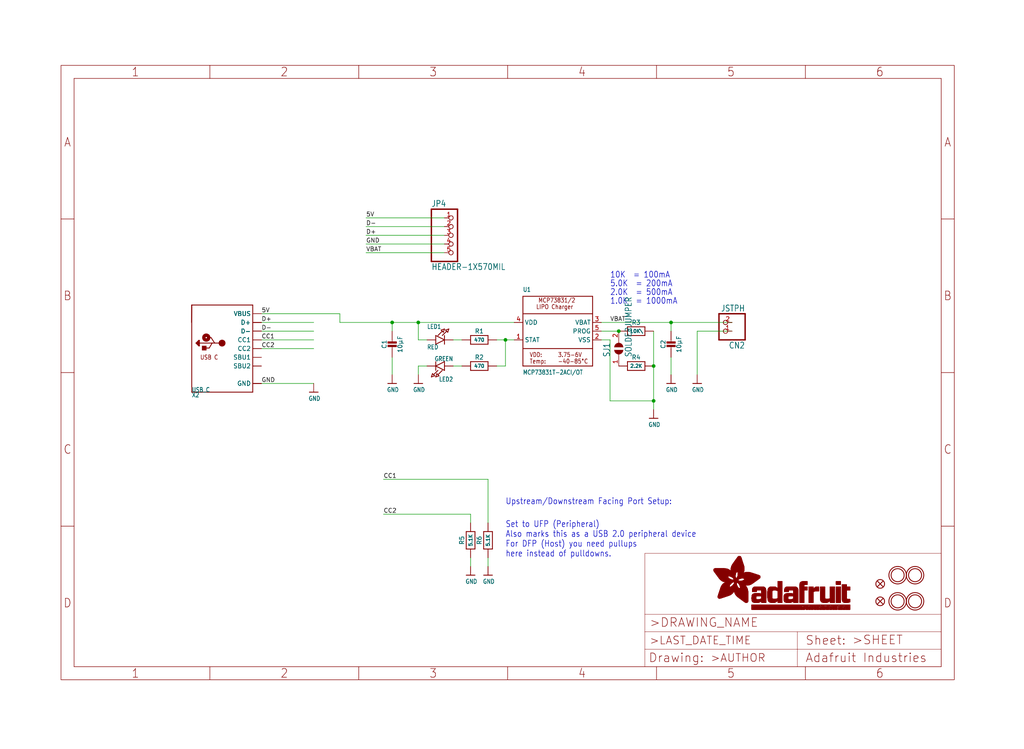
<source format=kicad_sch>
(kicad_sch (version 20211123) (generator eeschema)
  (paper "User" 298.45 218.313)
  (lib_symbols
    (symbol "RP2040_minimal-eagle-import:CAP_CERAMIC0805-NOOUTLINE"
      (property "Reference" "C" (at -2.29 1.25 90))
      (property "Value" "CAP_CERAMIC0805-NOOUTLINE" (at 2.3 1.25 90))
      (symbol "CAP_CERAMIC0805-NOOUTLINE_1_0"
        (pin passive line (at 0 5.08 270) (length 2.54) (name "1") (number "1"))
        (pin passive line (at 0 -2.54 90) (length 2.54) (name "2") (number "2"))
      )
    )
    (symbol "RP2040_minimal-eagle-import:FIDUCIAL{dblquote}{dblquote}")
    (symbol "RP2040_minimal-eagle-import:FRAME_A4_ADAFRUIT"
      (symbol "FRAME_A4_ADAFRUIT_0_0"
        (text "1" (at 21.6958 1.905 0) (effects (font (size 2.54 2.286))))
        (text "1" (at 21.6958 177.165 0) (effects (font (size 2.54 2.286))))
        (text "2" (at 65.0875 1.905 0) (effects (font (size 2.54 2.286))))
        (text "2" (at 65.0875 177.165 0) (effects (font (size 2.54 2.286))))
        (text "3" (at 108.4792 1.905 0) (effects (font (size 2.54 2.286))))
        (text "3" (at 108.4792 177.165 0) (effects (font (size 2.54 2.286))))
        (text "4" (at 151.8708 1.905 0) (effects (font (size 2.54 2.286))))
        (text "4" (at 151.8708 177.165 0) (effects (font (size 2.54 2.286))))
        (text "5" (at 195.2625 1.905 0) (effects (font (size 2.54 2.286))))
        (text "5" (at 195.2625 177.165 0) (effects (font (size 2.54 2.286))))
        (text "6" (at 238.6542 1.905 0) (effects (font (size 2.54 2.286))))
        (text "6" (at 238.6542 177.165 0) (effects (font (size 2.54 2.286))))
        (text "A" (at 1.905 156.6863 0) (effects (font (size 2.54 2.286))))
        (text "A" (at 258.445 156.6863 0) (effects (font (size 2.54 2.286))))
        (text "B" (at 1.905 111.9188 0) (effects (font (size 2.54 2.286))))
        (text "B" (at 258.445 111.9188 0) (effects (font (size 2.54 2.286))))
        (text "C" (at 1.905 67.1513 0) (effects (font (size 2.54 2.286))))
        (text "C" (at 258.445 67.1513 0) (effects (font (size 2.54 2.286))))
        (text "D" (at 1.905 22.3838 0) (effects (font (size 2.54 2.286))))
        (text "D" (at 258.445 22.3838 0) (effects (font (size 2.54 2.286))))
      )
      (symbol "FRAME_A4_ADAFRUIT_1_0"
        (text ">AUTHOR" (at 189.23 5.08 0) (effects (font (size 2.286 2.286)) (justify left bottom)))
        (text ">DRAWING_NAME" (at 171.45 15.24 0) (effects (font (size 2.54 2.54)) (justify left bottom)))
        (text ">LAST_DATE_TIME" (at 171.45 10.16 0) (effects (font (size 2.286 2.286)) (justify left bottom)))
        (text ">SHEET" (at 230.505 10.16 0) (effects (font (size 2.54 2.54)) (justify left bottom)))
        (text "Adafruit Industries" (at 216.916 4.953 0) (effects (font (size 2.54 2.54)) (justify left bottom)))
        (text "Drawing:" (at 171.196 4.953 0) (effects (font (size 2.54 2.54)) (justify left bottom)))
        (text "Sheet:" (at 216.916 10.033 0) (effects (font (size 2.54 2.54)) (justify left bottom)))
      )
    )
    (symbol "RP2040_minimal-eagle-import:GND" (power)
      (property "Value" "GND" (at -1.524 -2.54 0))
      (symbol "GND_1_0"
        (pin power_in line (at 0 2.54 270) (length 2.54) (name "GND") (number "1"))
      )
    )
    (symbol "RP2040_minimal-eagle-import:HEADER-1X570MIL"
      (property "Reference" "JP" (at -6.35 8.255 0))
      (property "Value" "HEADER-1X570MIL" (at -6.35 -10.16 0))
      (symbol "HEADER-1X570MIL_1_0"
        (pin passive inverted (at -2.54 5.08 0) (length 2.54) (name "1") (number "1"))
        (pin passive inverted (at -2.54 2.54 0) (length 2.54) (name "2") (number "2"))
        (pin passive inverted (at -2.54 0 0) (length 2.54) (name "3") (number "3"))
        (pin passive inverted (at -2.54 -2.54 0) (length 2.54) (name "4") (number "4"))
        (pin passive inverted (at -2.54 -5.08 0) (length 2.54) (name "5") (number "5"))
      )
    )
    (symbol "RP2040_minimal-eagle-import:JST_2PIN"
      (property "Reference" "CN" (at -6.35 5.715 0))
      (property "Value" "JST_2PIN" (at -6.35 -5.08 0))
      (symbol "JST_2PIN_1_0"
        (pin passive inverted (at -2.54 2.54 0) (length 2.54) (name "1") (number "1"))
        (pin passive inverted (at -2.54 0 0) (length 2.54) (name "2") (number "2"))
      )
    )
    (symbol "RP2040_minimal-eagle-import:LED0805_NOOUTLINE"
      (property "Reference" "LED" (at -5.08 3.175 0))
      (property "Value" "LED0805_NOOUTLINE" (at -5.08 -2.794 0))
      (symbol "LED0805_NOOUTLINE_1_0"
        (pin passive line (at -5.08 0 0) (length 2.54) (name "A") (number "A"))
        (pin passive line (at 2.54 0 180) (length 2.54) (name "C") (number "C"))
      )
    )
    (symbol "RP2040_minimal-eagle-import:MCP73831{slash}2"
      (property "Reference" "U" (at -10.16 11.43 0))
      (property "Value" "MCP73831{slash}2" (at -10.16 -12.7 0))
      (symbol "MCP73831{slash}2_1_0"
        (text "-40-85°C" (at 0 -9.525 0) (effects (font (size 1.27 1.0795)) (justify left bottom)))
        (text "3.75-6V" (at 0 -7.62 0) (effects (font (size 1.27 1.0795)) (justify left bottom)))
        (text "LIPO Charger" (at -6.35 6.35 0) (effects (font (size 1.27 1.0795)) (justify left bottom)))
        (text "MCP73831/2" (at -5.715 8.255 0) (effects (font (size 1.27 1.0795)) (justify left bottom)))
        (text "Temp:" (at -8.255 -9.525 0) (effects (font (size 1.27 1.0795)) (justify left bottom)))
        (text "VDD:" (at -8.255 -7.62 0) (effects (font (size 1.27 1.0795)) (justify left bottom)))
        (pin output line (at -12.7 -2.54 0) (length 2.54) (name "STAT") (number "1"))
        (pin power_in line (at 12.7 -2.54 180) (length 2.54) (name "VSS") (number "2"))
        (pin power_in line (at 12.7 2.54 180) (length 2.54) (name "VBAT") (number "3"))
        (pin power_in line (at -12.7 2.54 0) (length 2.54) (name "VDD") (number "4"))
        (pin input line (at 12.7 0 180) (length 2.54) (name "PROG") (number "5"))
      )
    )
    (symbol "RP2040_minimal-eagle-import:MOUNTINGHOLE2.5")
    (symbol "RP2040_minimal-eagle-import:RESISTOR_0603_NOOUT"
      (property "Reference" "R" (at 0 2.54 0))
      (property "Value" "RESISTOR_0603_NOOUT" (at 0 0 0))
      (symbol "RESISTOR_0603_NOOUT_1_0"
        (pin passive line (at -5.08 0 0) (length 2.54) (name "1") (number "1"))
        (pin passive line (at 5.08 0 180) (length 2.54) (name "2") (number "2"))
      )
    )
    (symbol "RP2040_minimal-eagle-import:SOLDERJUMPER"
      (property "Reference" "SJ" (at -2.54 2.54 0))
      (property "Value" "SOLDERJUMPER" (at -2.54 -3.81 0))
      (symbol "SOLDERJUMPER_1_0"
        (pin passive line (at -5.08 0 0) (length 2.54) (name "1") (number "1"))
        (pin passive line (at 5.08 0 180) (length 2.54) (name "2") (number "2"))
      )
    )
    (symbol "RP2040_minimal-eagle-import:USB_C"
      (property "Reference" "X" (at -10.16 13.716 0))
      (property "Value" "USB_C" (at -10.16 -15.24 0))
      (symbol "USB_C_1_0"
        (text "USB C" (at -5.08 -2.54 0) (effects (font (size 1.27 1.0795))))
        (pin power_in line (at 10.16 -10.16 180) (length 2.54) (name "GND") (number "A1B12"))
        (pin power_in line (at 10.16 10.16 180) (length 2.54) (name "VBUS") (number "A4B9"))
        (pin bidirectional line (at 10.16 2.54 180) (length 2.54) (name "CC1") (number "A5"))
        (pin bidirectional line (at 10.16 7.62 180) (length 2.54) (name "D+") (number "A6"))
        (pin bidirectional line (at 10.16 5.08 180) (length 2.54) (name "D-") (number "A7"))
        (pin bidirectional line (at 10.16 -2.54 180) (length 2.54) (name "SBU1") (number "A8"))
        (pin power_in line (at 10.16 -10.16 180) (length 2.54) (name "GND") (number "B1A12"))
        (pin power_in line (at 10.16 10.16 180) (length 2.54) (name "VBUS") (number "B4A9"))
        (pin bidirectional line (at 10.16 0 180) (length 2.54) (name "CC2") (number "B5"))
        (pin bidirectional line (at 10.16 7.62 180) (length 2.54) (name "D+") (number "B6"))
        (pin bidirectional line (at 10.16 5.08 180) (length 2.54) (name "D-") (number "B7"))
        (pin bidirectional line (at 10.16 -5.08 180) (length 2.54) (name "SBU2") (number "B8"))
      )
    )
  )
  (junction (at 147.32 99.06))
  (junction (at 180.34 96.52))
  (junction (at 190.5 106.68))
  (junction (at 190.5 116.84))
  (junction (at 195.58 93.98))
  (junction (at 121.92 93.98))
  (junction (at 114.3 93.98))
  (wire (pts (xy 147.32 106.68) (xy 147.32 99.06)))
  (wire (pts (xy 76.2 99.06) (xy 91.44 99.06)))
  (wire (pts (xy 99.06 93.98) (xy 114.3 93.98)))
  (wire (pts (xy 124.46 106.68) (xy 121.92 106.68)))
  (wire (pts (xy 91.44 111.76) (xy 76.2 111.76)))
  (wire (pts (xy 203.2 96.52) (xy 213.36 96.52)))
  (wire (pts (xy 114.3 93.98) (xy 121.92 93.98)))
  (wire (pts (xy 114.3 104.14) (xy 114.3 109.22)))
  (wire (pts (xy 121.92 93.98) (xy 149.86 93.98)))
  (wire (pts (xy 121.92 106.68) (xy 121.92 109.22)))
  (wire (pts (xy 203.2 96.52) (xy 203.2 109.22)))
  (wire (pts (xy 175.26 96.52) (xy 180.34 96.52)))
  (wire (pts (xy 195.58 104.14) (xy 195.58 109.22)))
  (wire (pts (xy 175.26 99.06) (xy 177.8 99.06)))
  (wire (pts (xy 129.54 71.12) (xy 106.68 71.12)))
  (wire (pts (xy 177.8 116.84) (xy 190.5 116.84)))
  (wire (pts (xy 121.92 99.06) (xy 121.92 93.98)))
  (wire (pts (xy 76.2 101.6) (xy 91.44 101.6)))
  (wire (pts (xy 99.06 91.44) (xy 99.06 93.98)))
  (wire (pts (xy 129.54 66.04) (xy 106.68 66.04)))
  (wire (pts (xy 190.5 116.84) (xy 190.5 119.38)))
  (wire (pts (xy 132.08 99.06) (xy 134.62 99.06)))
  (wire (pts (xy 190.5 96.52) (xy 190.5 106.68)))
  (wire (pts (xy 195.58 93.98) (xy 213.36 93.98)))
  (wire (pts (xy 144.78 106.68) (xy 147.32 106.68)))
  (wire (pts (xy 129.54 73.66) (xy 106.68 73.66)))
  (wire (pts (xy 111.76 149.86) (xy 137.16 149.86)))
  (wire (pts (xy 137.16 149.86) (xy 137.16 152.4)))
  (wire (pts (xy 124.46 99.06) (xy 121.92 99.06)))
  (wire (pts (xy 147.32 99.06) (xy 149.86 99.06)))
  (wire (pts (xy 195.58 96.52) (xy 195.58 93.98)))
  (wire (pts (xy 99.06 91.44) (xy 76.2 91.44)))
  (wire (pts (xy 195.58 93.98) (xy 175.26 93.98)))
  (wire (pts (xy 142.24 139.7) (xy 142.24 152.4)))
  (wire (pts (xy 114.3 96.52) (xy 114.3 93.98)))
  (wire (pts (xy 76.2 93.98) (xy 91.44 93.98)))
  (wire (pts (xy 144.78 99.06) (xy 147.32 99.06)))
  (wire (pts (xy 177.8 99.06) (xy 177.8 116.84)))
  (wire (pts (xy 142.24 165.1) (xy 142.24 162.56)))
  (wire (pts (xy 76.2 96.52) (xy 91.44 96.52)))
  (wire (pts (xy 129.54 63.5) (xy 106.68 63.5)))
  (wire (pts (xy 134.62 106.68) (xy 132.08 106.68)))
  (wire (pts (xy 137.16 162.56) (xy 137.16 165.1)))
  (wire (pts (xy 190.5 106.68) (xy 190.5 116.84)))
  (wire (pts (xy 129.54 68.58) (xy 106.68 68.58)))
  (wire (pts (xy 111.76 139.7) (xy 142.24 139.7)))
  (text "Set to UFP (Peripheral)\nAlso marks this as a USB 2.0 peripheral device\nFor DFP (Host) you need pullups\nhere instead of pulldowns." (at 147.32 162.56 0) (effects (font (size 1.778 1.5113)) (justify left bottom)))
  (text "10K  = 100mA" (at 177.8 81.28 180) (effects (font (size 1.778 1.5113)) (justify left bottom)))
  (text "Upstream/Downstream Facing Port Setup:" (at 147.32 147.32 180) (effects (font (size 1.778 1.5113)) (justify left bottom)))
  (text "1.0K  = 1000mA" (at 177.8 88.9 180) (effects (font (size 1.778 1.5113)) (justify left bottom)))
  (text "2.0K  = 500mA" (at 177.8 86.36 180) (effects (font (size 1.778 1.5113)) (justify left bottom)))
  (text "5.0K  = 200mA" (at 177.8 83.82 180) (effects (font (size 1.778 1.5113)) (justify left bottom)))
  (label "D-" (at 76.2 96.52 0) (effects (font (size 1.2446 1.2446))))
  (label "CC2" (at 76.2 101.6 0) (effects (font (size 1.2446 1.2446))))
  (label "GND" (at 106.68 71.12 0) (effects (font (size 1.2446 1.2446))))
  (label "CC2" (at 111.76 149.86 0) (effects (font (size 1.2446 1.2446))))
  (label "5V" (at 106.68 63.5 0) (effects (font (size 1.2446 1.2446))))
  (label "5V" (at 76.2 91.44 0) (effects (font (size 1.2446 1.2446))))
  (label "D-" (at 106.68 66.04 0) (effects (font (size 1.2446 1.2446))))
  (label "CC1" (at 76.2 99.06 0) (effects (font (size 1.2446 1.2446))))
  (label "VBAT" (at 106.68 73.66 0) (effects (font (size 1.2446 1.2446))))
  (label "D+" (at 76.2 93.98 0) (effects (font (size 1.2446 1.2446))))
  (label "VBAT" (at 177.8 93.98 0) (effects (font (size 1.2446 1.2446))))
  (label "D+" (at 106.68 68.58 0) (effects (font (size 1.2446 1.2446))))
  (label "GND" (at 76.2 111.76 0) (effects (font (size 1.2446 1.2446))))
  (label "CC1" (at 111.76 139.7 0) (effects (font (size 1.2446 1.2446))))
  (symbol (lib_id "RP2040_minimal-eagle-import:GND") (at 195.58 111.76 0)
    (property "Reference" "#U$5" (effects hide))
    (property "Value" "GND" (at 194.056 114.3 0) (effects (font (size 1.27 1.0795)) (justify left bottom)))
  )
  (symbol (lib_id "RP2040_minimal-eagle-import:FIDUCIAL{dblquote}{dblquote}") (at 256.54 170.18 0)
    (property "Reference" "FID1" (effects hide))
    (property "Value" "FIDUCIAL{dblquote}{dblquote}" (effects hide))
    (property "Footprint" "FIDUCIAL_1MM" (effects hide))
  )
  (symbol (lib_id "RP2040_minimal-eagle-import:MOUNTINGHOLE2.5") (at 266.7 167.64 0)
    (property "Reference" "U$12" (effects hide))
    (property "Value" "MOUNTINGHOLE2.5" (effects hide))
    (property "Footprint" "MOUNTINGHOLE_2.5_PLATED" (effects hide))
  )
  (symbol (lib_id "RP2040_minimal-eagle-import:CAP_CERAMIC0805-NOOUTLINE") (at 195.58 101.6 0)
    (property "Reference" "C2" (at 193.29 100.35 90))
    (property "Value" "10µF" (at 197.88 100.35 90))
    (property "Footprint" "0805-NO@1" (effects hide))
  )
  (symbol (lib_id "RP2040_minimal-eagle-import:RESISTOR_0603_NOOUT") (at 137.16 157.48 90)
    (property "Reference" "R5" (at 134.62 157.48 0))
    (property "Value" "5.1K" (at 137.16 157.48 0) (effects (font (size 1.016 1.016) bold)))
    (property "Footprint" "0603-NO" (effects hide))
  )
  (symbol (lib_id "RP2040_minimal-eagle-import:FIDUCIAL{dblquote}{dblquote}") (at 256.54 175.26 0)
    (property "Reference" "FID2" (effects hide))
    (property "Value" "FIDUCIAL{dblquote}{dblquote}" (effects hide))
    (property "Footprint" "FIDUCIAL_1MM" (effects hide))
    (property "Value" "FIDUCIAL{dblquote}{dblquote}" (effects hide))
  )
  (symbol (lib_id "RP2040_minimal-eagle-import:FRAME_A4_ADAFRUIT") (at 17.78 198.12 0)
    (property "Reference" "#U$1" (effects hide))
    (property "Value" "FRAME_A4_ADAFRUIT" (effects hide))
  )
  (symbol (lib_id "RP2040_minimal-eagle-import:RESISTOR_0603_NOOUT") (at 185.42 96.52 0)
    (property "Reference" "R3" (at 185.42 93.98 0))
    (property "Value" "10K\\" (at 185.42 96.52 0) (effects (font (size 1.016 1.016) bold)))
    (property "Footprint" "0603-NO" (effects hide))
  )
  (symbol (lib_id "RP2040_minimal-eagle-import:GND") (at 91.44 114.3 0)
    (property "Reference" "#U$15" (effects hide))
    (property "Value" "GND" (at 89.916 116.84 0) (effects (font (size 1.27 1.0795)) (justify left bottom)))
  )
  (symbol (lib_id "RP2040_minimal-eagle-import:LED0805_NOOUTLINE") (at 129.54 99.06 0)
    (property "Reference" "LED1" (at 124.46 95.885 0) (effects (font (size 1.27 1.0795)) (justify left bottom)))
    (property "Value" "RED" (at 124.46 101.854 0) (effects (font (size 1.27 1.0795)) (justify left bottom)))
    (property "Footprint" "CHIPLED_0805_NOOUTLINE" (effects hide))
  )
  (symbol (lib_id "RP2040_minimal-eagle-import:USB_C") (at 66.04 101.6 0)
    (property "Reference" "X2" (at 55.88 115.824 0) (effects (font (size 1.27 1.0795)) (justify left bottom)))
    (property "Value" "USB_C" (at 55.88 114.3 0) (effects (font (size 1.27 1.0795)) (justify left bottom)))
    (property "Footprint" "USB_C_CUSB31-CFM2AX-01-X" (effects hide))
  )
  (symbol (lib_id "RP2040_minimal-eagle-import:MCP73831{slash}2") (at 162.56 96.52 0)
    (property "Reference" "U1" (at 152.4 85.09 0) (effects (font (size 1.27 1.0795)) (justify left bottom)))
    (property "Value" "MCP73831T-2ACI/OT" (at 152.4 109.22 0) (effects (font (size 1.27 1.0795)) (justify left bottom)))
    (property "Footprint" "SOT23-5" (effects hide))
  )
  (symbol (lib_id "RP2040_minimal-eagle-import:GND") (at 190.5 121.92 0)
    (property "Reference" "#U$6" (effects hide))
    (property "Value" "GND" (at 188.976 124.46 0) (effects (font (size 1.27 1.0795)) (justify left bottom)))
  )
  (symbol (lib_id "RP2040_minimal-eagle-import:GND") (at 137.16 167.64 0)
    (property "Reference" "#U$8" (effects hide))
    (property "Value" "GND" (at 135.636 170.18 0) (effects (font (size 1.27 1.0795)) (justify left bottom)))
  )
  (symbol (lib_id "RP2040_minimal-eagle-import:GND") (at 203.2 111.76 0)
    (property "Reference" "#U$4" (effects hide))
    (property "Value" "GND" (at 201.676 114.3 0) (effects (font (size 1.27 1.0795)) (justify left bottom)))
  )
  (symbol (lib_id "RP2040_minimal-eagle-import:RESISTOR_0603_NOOUT") (at 139.7 99.06 0)
    (property "Reference" "R1" (at 139.7 96.52 0))
    (property "Value" "470" (at 139.7 99.06 0) (effects (font (size 1.016 1.016) bold)))
    (property "Footprint" "0603-NO" (effects hide))
  )
  (symbol (lib_id "RP2040_minimal-eagle-import:RESISTOR_0603_NOOUT") (at 139.7 106.68 0)
    (property "Reference" "R2" (at 139.7 104.14 0))
    (property "Value" "470" (at 139.7 106.68 0) (effects (font (size 1.016 1.016) bold)))
    (property "Footprint" "0603-NO" (effects hide))
  )
  (symbol (lib_id "RP2040_minimal-eagle-import:MOUNTINGHOLE2.5") (at 261.62 175.26 0)
    (property "Reference" "U$11" (effects hide))
    (property "Value" "MOUNTINGHOLE2.5" (effects hide))
    (property "Footprint" "MOUNTINGHOLE_2.5_PLATED" (effects hide))
  )
  (symbol (lib_id "RP2040_minimal-eagle-import:GND") (at 142.24 167.64 0)
    (property "Reference" "#U$14" (effects hide))
    (property "Value" "GND" (at 140.716 170.18 0) (effects (font (size 1.27 1.0795)) (justify left bottom)))
  )
  (symbol (lib_id "RP2040_minimal-eagle-import:RESISTOR_0603_NOOUT") (at 185.42 106.68 0)
    (property "Reference" "R4" (at 185.42 104.14 0))
    (property "Value" "2.2K" (at 185.42 106.68 0) (effects (font (size 1.016 1.016) bold)))
    (property "Footprint" "0603-NO" (effects hide))
  )
  (symbol (lib_id "RP2040_minimal-eagle-import:LED0805_NOOUTLINE") (at 127 106.68 180)
    (property "Reference" "LED2" (at 132.08 109.855 0) (effects (font (size 1.27 1.0795)) (justify left bottom)))
    (property "Value" "GREEN" (at 132.08 103.886 0) (effects (font (size 1.27 1.0795)) (justify left bottom)))
    (property "Footprint" "CHIPLED_0805_NOOUTLINE" (effects hide))
  )
  (symbol (lib_id "RP2040_minimal-eagle-import:JST_2PIN") (at 210.82 93.98 180)
    (property "Reference" "CN2" (at 217.17 99.695 0) (effects (font (size 1.778 1.5113)) (justify left bottom)))
    (property "Value" "JSTPH" (at 217.17 88.9 0) (effects (font (size 1.778 1.5113)) (justify left bottom)))
    (property "Footprint" "JSTPH2" (effects hide))
  )
  (symbol (lib_id "RP2040_minimal-eagle-import:MOUNTINGHOLE2.5") (at 261.62 167.64 0)
    (property "Reference" "U$9" (effects hide))
    (property "Value" "MOUNTINGHOLE2.5" (effects hide))
    (property "Footprint" "MOUNTINGHOLE_2.5_PLATED" (effects hide))
  )
  (symbol (lib_id "RP2040_minimal-eagle-import:SOLDERJUMPER") (at 180.34 101.6 90)
    (property "Reference" "SJ1" (at 177.8 104.14 0) (effects (font (size 1.778 1.5113)) (justify left bottom)))
    (property "Value" "SOLDERJUMPER" (at 184.15 104.14 0) (effects (font (size 1.778 1.5113)) (justify left bottom)))
    (property "Footprint" "SOLDERJUMPER_ARROW_NOPASTE" (effects hide))
  )
  (symbol (lib_id "RP2040_minimal-eagle-import:CAP_CERAMIC0805-NOOUTLINE") (at 114.3 101.6 0)
    (property "Reference" "C1" (at 112.01 100.35 90))
    (property "Value" "10µF" (at 116.6 100.35 90))
    (property "Footprint" "0805-NO@1" (effects hide))
  )
  (symbol (lib_id "RP2040_minimal-eagle-import:GND") (at 121.92 111.76 0)
    (property "Reference" "#U$7" (effects hide))
    (property "Value" "GND" (at 120.396 114.3 0) (effects (font (size 1.27 1.0795)) (justify left bottom)))
  )
  (symbol (lib_id "RP2040_minimal-eagle-import:MOUNTINGHOLE2.5") (at 266.7 175.26 0)
    (property "Reference" "U$10" (effects hide))
    (property "Value" "MOUNTINGHOLE2.5" (effects hide))
    (property "Footprint" "MOUNTINGHOLE_2.5_PLATED" (effects hide))
  )
  (symbol (lib_id "RP2040_minimal-eagle-import:GND") (at 114.3 111.76 0)
    (property "Reference" "#U$3" (effects hide))
    (property "Value" "GND" (at 112.776 114.3 0) (effects (font (size 1.27 1.0795)) (justify left bottom)))
  )
  (symbol (lib_id "RP2040_minimal-eagle-import:RESISTOR_0603_NOOUT") (at 142.24 157.48 90)
    (property "Reference" "R6" (at 139.7 157.48 0))
    (property "Value" "5.1K" (at 142.24 157.48 0) (effects (font (size 1.016 1.016) bold)))
    (property "Footprint" "0603-NO" (effects hide))
  )
  (symbol (lib_id "RP2040_minimal-eagle-import:HEADER-1X570MIL") (at 132.08 68.58 0)
    (property "Reference" "JP4" (at 125.73 60.325 0) (effects (font (size 1.778 1.5113)) (justify left bottom)))
    (property "Value" "HEADER-1X570MIL" (at 125.73 78.74 0) (effects (font (size 1.778 1.5113)) (justify left bottom)))
    (property "Footprint" "1X05_ROUND_70" (effects hide))
  )
)
</source>
